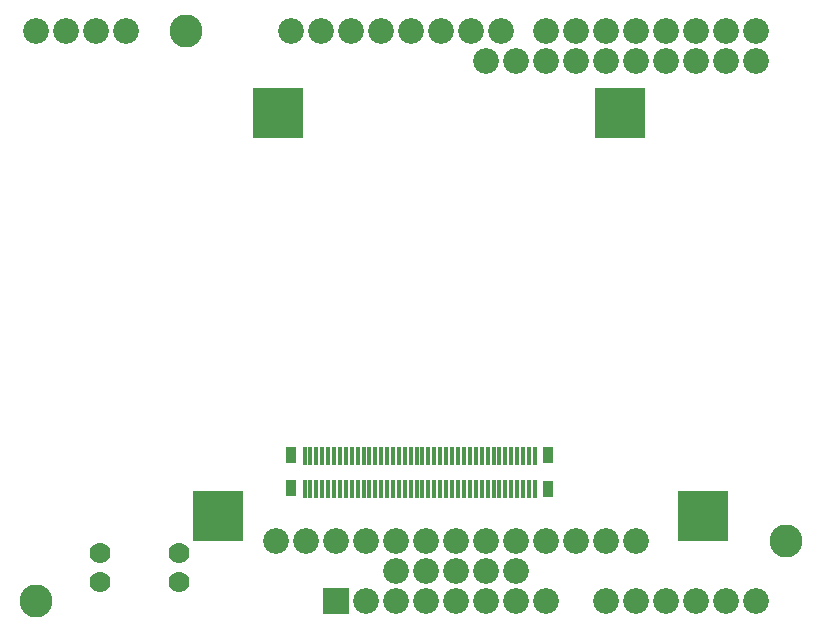
<source format=gbr>
G04 GERBER ASCII OUTPUT FROM: EDWINXP (VER. 1.61 REV. 20080915)*
G04 GERBER FORMAT: RX-274-X*
G04 BOARD: AMICUS_GSM_SHIELD*
G04 ARTWORK OF SOLD.MASK POSITIVE*
%ASAXBY*%
%FSLAX23Y23*%
%MIA0B0*%
%MOIN*%
%OFA0.0000B0.0000*%
%SFA1B1*%
%IJA0B0*%
%INLAYER30POS*%
%IOA0B0*%
%IPPOS*%
%IR0*%
G04 APERTURE MACROS*
%AMEDWDONUT*
1,1,$1,$2,$3*
1,0,$4,$2,$3*
%
%AMEDWFRECT*
20,1,$1,$2,$3,$4,$5,$6*
%
%AMEDWORECT*
20,1,$1,$2,$3,$4,$5,$10*
20,1,$1,$4,$5,$6,$7,$10*
20,1,$1,$6,$7,$8,$9,$10*
20,1,$1,$8,$9,$2,$3,$10*
1,1,$1,$2,$3*
1,1,$1,$4,$5*
1,1,$1,$6,$7*
1,1,$1,$8,$9*
%
%AMEDWLINER*
20,1,$1,$2,$3,$4,$5,$6*
1,1,$1,$2,$3*
1,1,$1,$4,$5*
%
%AMEDWFTRNG*
4,1,3,$1,$2,$3,$4,$5,$6,$7,$8,$9*
%
%AMEDWATRNG*
4,1,3,$1,$2,$3,$4,$5,$6,$7,$8,$9*
20,1,$11,$1,$2,$3,$4,$10*
20,1,$11,$3,$4,$5,$6,$10*
20,1,$11,$5,$6,$7,$8,$10*
1,1,$11,$3,$4*
1,1,$11,$5,$6*
1,1,$11,$7,$8*
%
%AMEDWOTRNG*
20,1,$1,$2,$3,$4,$5,$8*
20,1,$1,$4,$5,$6,$7,$8*
20,1,$1,$6,$7,$2,$3,$8*
1,1,$1,$2,$3*
1,1,$1,$4,$5*
1,1,$1,$6,$7*
%
G04*
G04 APERTURE LIST*
%ADD10R,0.07874X0.05512*%
%ADD11R,0.10274X0.07912*%
%ADD12R,0.0748X0.05118*%
%ADD13R,0.0988X0.07518*%
%ADD14R,0.0700X0.0650*%
%ADD15R,0.0940X0.0890*%
%ADD16R,0.0600X0.0550*%
%ADD17R,0.0840X0.0790*%
%ADD18R,0.0650X0.0700*%
%ADD19R,0.0890X0.0940*%
%ADD20R,0.0550X0.0600*%
%ADD21R,0.0790X0.0840*%
%ADD22R,0.01378X0.06496*%
%ADD23R,0.03778X0.08896*%
%ADD24R,0.01181X0.06299*%
%ADD25R,0.03581X0.08699*%
%ADD26R,0.03386X0.05354*%
%ADD27R,0.05786X0.07754*%
%ADD28R,0.0315X0.05118*%
%ADD29R,0.0555X0.07518*%
%ADD30R,0.16535X0.16535*%
%ADD31R,0.18935X0.18935*%
%ADD32R,0.15748X0.15748*%
%ADD33R,0.18148X0.18148*%
%ADD34R,0.0450X0.0900*%
%ADD35R,0.0690X0.1140*%
%ADD36R,0.0350X0.0800*%
%ADD37R,0.0590X0.1040*%
%ADD38R,0.4200X0.1100*%
%ADD39R,0.4440X0.1340*%
%ADD40R,0.4100X0.1000*%
%ADD41R,0.4340X0.1240*%
%ADD42R,0.0580X0.0500*%
%ADD43R,0.0820X0.0740*%
%ADD44R,0.0480X0.0400*%
%ADD45R,0.0720X0.0640*%
%ADD46R,0.04724X0.06693*%
%ADD47R,0.07124X0.09093*%
%ADD48R,0.03937X0.05906*%
%ADD49R,0.06337X0.08306*%
%ADD50R,0.1350X0.1350*%
%ADD51R,0.1590X0.1590*%
%ADD52R,0.1250X0.1250*%
%ADD53R,0.1490X0.1490*%
%ADD54R,0.1700X0.1700*%
%ADD55R,0.1940X0.1940*%
%ADD56R,0.1560X0.1560*%
%ADD57R,0.1800X0.1800*%
%ADD58R,0.0860X0.0860*%
%ADD59R,0.1100X0.1100*%
%ADD60R,0.0700X0.0700*%
%ADD61R,0.0940X0.0940*%
%ADD62C,0.00039*%
%ADD64C,0.0010*%
%ADD66C,0.00118*%
%ADD68C,0.00197*%
%ADD70C,0.0020*%
%ADD71R,0.0020X0.0020*%
%ADD72C,0.0030*%
%ADD73R,0.0030X0.0030*%
%ADD74C,0.00394*%
%ADD76C,0.0040*%
%ADD77R,0.0040X0.0040*%
%ADD78C,0.0050*%
%ADD79R,0.0050X0.0050*%
%ADD80C,0.00512*%
%ADD81R,0.00512X0.00512*%
%ADD82C,0.00591*%
%ADD83R,0.00591X0.00591*%
%ADD84C,0.00659*%
%ADD85R,0.00659X0.00659*%
%ADD86C,0.00787*%
%ADD87R,0.00787X0.00787*%
%ADD88C,0.00799*%
%ADD90C,0.0080*%
%ADD92C,0.00984*%
%ADD93R,0.00984X0.00984*%
%ADD94C,0.0100*%
%ADD95R,0.0100X0.0100*%
%ADD96C,0.01181*%
%ADD97R,0.01181X0.01181*%
%ADD98C,0.0120*%
%ADD100C,0.0120*%
%ADD102C,0.0126*%
%ADD104C,0.0130*%
%ADD106C,0.01378*%
%ADD107R,0.01378X0.01378*%
%ADD108C,0.0150*%
%ADD109R,0.0150X0.0150*%
%ADD110C,0.0160*%
%ADD112C,0.01654*%
%ADD113R,0.01654X0.01654*%
%ADD114C,0.01969*%
%ADD115R,0.01969X0.01969*%
%ADD116C,0.0200*%
%ADD118C,0.02362*%
%ADD119R,0.02362X0.02362*%
%ADD120C,0.0240*%
%ADD121R,0.0240X0.0240*%
%ADD122C,0.0240*%
%ADD123R,0.0240X0.0240*%
%ADD124C,0.02439*%
%ADD125R,0.02439X0.02439*%
%ADD126C,0.02441*%
%ADD127R,0.02441X0.02441*%
%ADD128C,0.0250*%
%ADD129R,0.0250X0.0250*%
%ADD130C,0.02597*%
%ADD132C,0.02756*%
%ADD134C,0.02794*%
%ADD136C,0.0290*%
%ADD138C,0.02912*%
%ADD139R,0.02912X0.02912*%
%ADD140C,0.02991*%
%ADD141R,0.02991X0.02991*%
%ADD142C,0.0300*%
%ADD143R,0.0300X0.0300*%
%ADD144C,0.03059*%
%ADD145R,0.03059X0.03059*%
%ADD146C,0.0315*%
%ADD147R,0.0315X0.0315*%
%ADD148C,0.03187*%
%ADD150C,0.03199*%
%ADD151R,0.03199X0.03199*%
%ADD152C,0.0320*%
%ADD153R,0.0320X0.0320*%
%ADD154C,0.03386*%
%ADD155R,0.03386X0.03386*%
%ADD156C,0.0350*%
%ADD157R,0.0350X0.0350*%
%ADD158C,0.03581*%
%ADD159R,0.03581X0.03581*%
%ADD160C,0.0360*%
%ADD162C,0.0370*%
%ADD164C,0.03778*%
%ADD165R,0.03778X0.03778*%
%ADD166C,0.0390*%
%ADD167R,0.0390X0.0390*%
%ADD168C,0.03937*%
%ADD169R,0.03937X0.03937*%
%ADD170C,0.0400*%
%ADD171R,0.0400X0.0400*%
%ADD172C,0.04173*%
%ADD173R,0.04173X0.04173*%
%ADD174C,0.04331*%
%ADD176C,0.04369*%
%ADD177R,0.04369X0.04369*%
%ADD178C,0.0440*%
%ADD180C,0.0450*%
%ADD181R,0.0450X0.0450*%
%ADD182C,0.0470*%
%ADD183R,0.0470X0.0470*%
%ADD184C,0.04724*%
%ADD185R,0.04724X0.04724*%
%ADD186C,0.04762*%
%ADD187R,0.04762X0.04762*%
%ADD188C,0.0490*%
%ADD189R,0.0490X0.0490*%
%ADD190C,0.04921*%
%ADD191R,0.04921X0.04921*%
%ADD192C,0.04961*%
%ADD193R,0.04961X0.04961*%
%ADD194C,0.0500*%
%ADD195R,0.0500X0.0500*%
%ADD196C,0.05118*%
%ADD197R,0.05118X0.05118*%
%ADD198C,0.05354*%
%ADD199R,0.05354X0.05354*%
%ADD200C,0.05512*%
%ADD201R,0.05512X0.05512*%
%ADD202C,0.0555*%
%ADD203R,0.0555X0.0555*%
%ADD204C,0.0560*%
%ADD205R,0.0560X0.0560*%
%ADD206C,0.0570*%
%ADD207R,0.0570X0.0570*%
%ADD208C,0.05786*%
%ADD209R,0.05786X0.05786*%
%ADD210C,0.0590*%
%ADD211R,0.0590X0.0590*%
%ADD212C,0.05906*%
%ADD213R,0.05906X0.05906*%
%ADD214C,0.05945*%
%ADD215R,0.05945X0.05945*%
%ADD216C,0.0600*%
%ADD217R,0.0600X0.0600*%
%ADD218C,0.0620*%
%ADD219R,0.0620X0.0620*%
%ADD220C,0.06201*%
%ADD221R,0.06201X0.06201*%
%ADD222C,0.06299*%
%ADD223R,0.06299X0.06299*%
%ADD224C,0.06337*%
%ADD225R,0.06337X0.06337*%
%ADD226C,0.06496*%
%ADD227R,0.06496X0.06496*%
%ADD228C,0.0650*%
%ADD229R,0.0650X0.0650*%
%ADD230C,0.06693*%
%ADD231R,0.06693X0.06693*%
%ADD232C,0.06731*%
%ADD233R,0.06731X0.06731*%
%ADD234C,0.0690*%
%ADD235R,0.0690X0.0690*%
%ADD236C,0.06906*%
%ADD237R,0.06906X0.06906*%
%ADD238C,0.0700*%
%ADD239R,0.0700X0.0700*%
%ADD240C,0.07008*%
%ADD241R,0.07008X0.07008*%
%ADD242C,0.07087*%
%ADD243R,0.07087X0.07087*%
%ADD244C,0.0710*%
%ADD245R,0.0710X0.0710*%
%ADD246C,0.07124*%
%ADD247R,0.07124X0.07124*%
%ADD248C,0.0740*%
%ADD249R,0.0740X0.0740*%
%ADD250C,0.0748*%
%ADD251R,0.0748X0.0748*%
%ADD252C,0.0750*%
%ADD253R,0.0750X0.0750*%
%ADD254C,0.07518*%
%ADD255R,0.07518X0.07518*%
%ADD256C,0.07598*%
%ADD257R,0.07598X0.07598*%
%ADD258C,0.0760*%
%ADD259R,0.0760X0.0760*%
%ADD260C,0.07754*%
%ADD261R,0.07754X0.07754*%
%ADD262C,0.07795*%
%ADD263R,0.07795X0.07795*%
%ADD264C,0.07874*%
%ADD265R,0.07874X0.07874*%
%ADD266C,0.07912*%
%ADD267R,0.07912X0.07912*%
%ADD268C,0.0800*%
%ADD269R,0.0800X0.0800*%
%ADD270C,0.0810*%
%ADD271R,0.0810X0.0810*%
%ADD272C,0.08268*%
%ADD273R,0.08268X0.08268*%
%ADD274C,0.08306*%
%ADD275R,0.08306X0.08306*%
%ADD276C,0.08345*%
%ADD277R,0.08345X0.08345*%
%ADD278C,0.0840*%
%ADD279R,0.0840X0.0840*%
%ADD280C,0.08598*%
%ADD281R,0.08598X0.08598*%
%ADD282C,0.0860*%
%ADD283R,0.0860X0.0860*%
%ADD284C,0.08601*%
%ADD285R,0.08601X0.08601*%
%ADD286C,0.08661*%
%ADD287R,0.08661X0.08661*%
%ADD288C,0.08699*%
%ADD289R,0.08699X0.08699*%
%ADD290C,0.0870*%
%ADD291R,0.0870X0.0870*%
%ADD292C,0.08896*%
%ADD293R,0.08896X0.08896*%
%ADD294C,0.0890*%
%ADD295R,0.0890X0.0890*%
%ADD296C,0.0900*%
%ADD297R,0.0900X0.0900*%
%ADD298C,0.09093*%
%ADD299R,0.09093X0.09093*%
%ADD300C,0.0940*%
%ADD301R,0.0940X0.0940*%
%ADD302C,0.09449*%
%ADD303R,0.09449X0.09449*%
%ADD304C,0.09528*%
%ADD305R,0.09528X0.09528*%
%ADD306C,0.0970*%
%ADD307R,0.0970X0.0970*%
%ADD308C,0.09843*%
%ADD309R,0.09843X0.09843*%
%ADD310C,0.0988*%
%ADD311R,0.0988X0.0988*%
%ADD312C,0.0990*%
%ADD313R,0.0990X0.0990*%
%ADD314C,0.09998*%
%ADD316C,0.1000*%
%ADD317R,0.1000X0.1000*%
%ADD318C,0.10236*%
%ADD319R,0.10236X0.10236*%
%ADD320C,0.10274*%
%ADD321R,0.10274X0.10274*%
%ADD322C,0.10315*%
%ADD323R,0.10315X0.10315*%
%ADD324C,0.1040*%
%ADD325R,0.1040X0.1040*%
%ADD326C,0.1063*%
%ADD327R,0.1063X0.1063*%
%ADD328C,0.10668*%
%ADD329R,0.10668X0.10668*%
%ADD330C,0.10998*%
%ADD331R,0.10998X0.10998*%
%ADD332C,0.1100*%
%ADD333R,0.1100X0.1100*%
%ADD334C,0.11024*%
%ADD335R,0.11024X0.11024*%
%ADD336C,0.11061*%
%ADD337R,0.11061X0.11061*%
%ADD338C,0.1110*%
%ADD339R,0.1110X0.1110*%
%ADD340C,0.1120*%
%ADD341R,0.1120X0.1120*%
%ADD342C,0.1140*%
%ADD343R,0.1140X0.1140*%
%ADD344C,0.1150*%
%ADD345R,0.1150X0.1150*%
%ADD346C,0.11811*%
%ADD347R,0.11811X0.11811*%
%ADD348C,0.1200*%
%ADD349R,0.1200X0.1200*%
%ADD350C,0.1210*%
%ADD351R,0.1210X0.1210*%
%ADD352C,0.12243*%
%ADD353R,0.12243X0.12243*%
%ADD354C,0.1240*%
%ADD355R,0.1240X0.1240*%
%ADD356C,0.1250*%
%ADD357R,0.1250X0.1250*%
%ADD358C,0.12598*%
%ADD359R,0.12598X0.12598*%
%ADD360C,0.12636*%
%ADD361R,0.12636X0.12636*%
%ADD362C,0.12992*%
%ADD363R,0.12992X0.12992*%
%ADD364C,0.1300*%
%ADD365R,0.1300X0.1300*%
%ADD366C,0.1340*%
%ADD367R,0.1340X0.1340*%
%ADD368C,0.1390*%
%ADD369R,0.1390X0.1390*%
%ADD370C,0.1420*%
%ADD371R,0.1420X0.1420*%
%ADD372C,0.1440*%
%ADD373R,0.1440X0.1440*%
%ADD374C,0.14567*%
%ADD375R,0.14567X0.14567*%
%ADD376C,0.1490*%
%ADD377R,0.1490X0.1490*%
%ADD378C,0.14961*%
%ADD379R,0.14961X0.14961*%
%ADD380C,0.15118*%
%ADD381R,0.15118X0.15118*%
%ADD382C,0.1520*%
%ADD383R,0.1520X0.1520*%
%ADD384C,0.15354*%
%ADD385R,0.15354X0.15354*%
%ADD386C,0.15374*%
%ADD387R,0.15374X0.15374*%
%ADD388C,0.1540*%
%ADD389R,0.1540X0.1540*%
%ADD390C,0.15748*%
%ADD391R,0.15748X0.15748*%
%ADD392C,0.16535*%
%ADD393R,0.16535X0.16535*%
%ADD394C,0.1660*%
%ADD395R,0.1660X0.1660*%
%ADD396C,0.17323*%
%ADD398C,0.1760*%
%ADD399R,0.1760X0.1760*%
%ADD400C,0.17774*%
%ADD401R,0.17774X0.17774*%
%ADD402C,0.18148*%
%ADD403R,0.18148X0.18148*%
%ADD404C,0.18504*%
%ADD406C,0.18898*%
%ADD408C,0.18935*%
%ADD409R,0.18935X0.18935*%
%ADD410C,0.19685*%
%ADD411R,0.19685X0.19685*%
%ADD412C,0.20472*%
%ADD413R,0.20472X0.20472*%
%ADD414C,0.20904*%
%ADD416C,0.2126*%
%ADD418C,0.21298*%
%ADD420C,0.22085*%
%ADD421R,0.22085X0.22085*%
%ADD422C,0.22835*%
%ADD425R,0.22872X0.22872*%
%ADD427R,0.23622X0.23622*%
%ADD429R,0.24409X0.24409*%
%ADD431R,0.24937X0.24937*%
%ADD433R,0.26022X0.26022*%
%ADD435R,0.26142X0.26142*%
%ADD437R,0.26929X0.26929*%
%ADD439R,0.27337X0.27337*%
%ADD441R,0.31496X0.31496*%
%ADD443R,0.32811X0.32811*%
%ADD445R,0.33896X0.33896*%
%ADD447R,0.35211X0.35211*%
%ADD449R,0.35433X0.35433*%
%ADD451R,0.3622X0.3622*%
%ADD453R,0.37833X0.37833*%
%ADD455R,0.3862X0.3862*%
%ADD456C,0.4862*%
%ADD457R,0.4862X0.4862*%
%ADD458C,0.5862*%
%ADD459R,0.5862X0.5862*%
%ADD460C,0.6862*%
%ADD461R,0.6862X0.6862*%
%ADD462C,0.7862*%
%ADD463R,0.7862X0.7862*%
%ADD464C,0.8862*%
%ADD465R,0.8862X0.8862*%
%ADD466C,0.9862*%
%ADD467R,0.9862X0.9862*%
%ADD468C,1.0862*%
%ADD469R,1.0862X1.0862*%
%ADD470C,1.1862*%
%ADD471R,1.1862X1.1862*%
%ADD472C,1.2862*%
%ADD473R,1.2862X1.2862*%
%ADD474C,1.3862*%
%ADD475R,1.3862X1.3862*%
%ADD476C,1.4862*%
%ADD477R,1.4862X1.4862*%
%ADD478C,1.5862*%
%ADD479R,1.5862X1.5862*%
%ADD480C,1.6862*%
%ADD481R,1.6862X1.6862*%
%ADD482C,1.7862*%
%ADD483R,1.7862X1.7862*%
%ADD484C,1.8862*%
%ADD485R,1.8862X1.8862*%
%ADD486C,1.9862*%
%ADD487R,1.9862X1.9862*%
G04*
D238*
X575Y263D02*D03*
X575Y164D02*D03*
X313Y263D02*D03*
X313Y164D02*D03*
D282*
X900Y300D02*D03*
X1000Y300D02*D03*
X1100Y300D02*D03*
X1200Y300D02*D03*
X1300Y300D02*D03*
X1400Y300D02*D03*
X1500Y300D02*D03*
X1600Y300D02*D03*
D22*
X1763Y475D02*D03*
X1763Y586D02*D03*
X1743Y475D02*D03*
X1743Y586D02*D03*
X1723Y475D02*D03*
X1723Y586D02*D03*
X1703Y475D02*D03*
X1703Y586D02*D03*
X1684Y475D02*D03*
X1684Y586D02*D03*
X1664Y475D02*D03*
X1664Y586D02*D03*
X1644Y475D02*D03*
X1644Y586D02*D03*
X1625Y475D02*D03*
X1625Y586D02*D03*
X1605Y475D02*D03*
X1605Y586D02*D03*
X1585Y475D02*D03*
X1585Y586D02*D03*
X1566Y475D02*D03*
X1566Y586D02*D03*
X1546Y475D02*D03*
X1546Y586D02*D03*
X1526Y475D02*D03*
X1526Y586D02*D03*
X1507Y475D02*D03*
X1507Y586D02*D03*
X1487Y475D02*D03*
X1487Y586D02*D03*
X1467Y475D02*D03*
X1467Y586D02*D03*
X1448Y475D02*D03*
X1448Y586D02*D03*
X1428Y475D02*D03*
X1428Y586D02*D03*
X1408Y475D02*D03*
X1408Y586D02*D03*
X1388Y475D02*D03*
X1388Y586D02*D03*
X1369Y475D02*D03*
X1369Y586D02*D03*
X1349Y475D02*D03*
X1349Y586D02*D03*
X1329Y475D02*D03*
X1329Y586D02*D03*
X1310Y475D02*D03*
X1310Y586D02*D03*
X1290Y475D02*D03*
X1290Y586D02*D03*
X1270Y475D02*D03*
X1270Y586D02*D03*
X1251Y475D02*D03*
X1251Y586D02*D03*
X1231Y475D02*D03*
X1231Y586D02*D03*
X1211Y475D02*D03*
X1211Y586D02*D03*
X1192Y475D02*D03*
X1192Y586D02*D03*
X1172Y475D02*D03*
X1172Y586D02*D03*
X1152Y475D02*D03*
X1152Y586D02*D03*
X1133Y475D02*D03*
X1133Y586D02*D03*
X1113Y475D02*D03*
X1113Y586D02*D03*
X1093Y475D02*D03*
X1093Y586D02*D03*
X1074Y475D02*D03*
X1074Y586D02*D03*
X1054Y475D02*D03*
X1054Y586D02*D03*
X1034Y475D02*D03*
X1034Y586D02*D03*
X1014Y475D02*D03*
X1014Y586D02*D03*
X995Y475D02*D03*
X995Y586D02*D03*
D26*
X951Y477D02*D03*
X951Y587D02*D03*
X1806Y587D02*D03*
X1806Y475D02*D03*
D30*
X2048Y1727D02*D03*
X906Y1727D02*D03*
X707Y386D02*D03*
X2324Y386D02*D03*
D282*
X1700Y200D02*D03*
X1600Y200D02*D03*
X1500Y200D02*D03*
X1400Y200D02*D03*
X1300Y200D02*D03*
X1800Y2000D02*D03*
X1900Y2000D02*D03*
X2000Y2000D02*D03*
X2100Y2000D02*D03*
X2200Y2000D02*D03*
X2300Y2000D02*D03*
X2400Y2000D02*D03*
X2500Y2000D02*D03*
X1300Y100D02*D03*
X1400Y100D02*D03*
X1500Y100D02*D03*
X1600Y100D02*D03*
X1700Y100D02*D03*
X1800Y100D02*D03*
X950Y2000D02*D03*
X1050Y2000D02*D03*
X1150Y2000D02*D03*
X1250Y2000D02*D03*
X1350Y2000D02*D03*
X1450Y2000D02*D03*
X1550Y2000D02*D03*
X1650Y2000D02*D03*
X2000Y100D02*D03*
X2100Y100D02*D03*
X2200Y100D02*D03*
X2300Y100D02*D03*
X2400Y100D02*D03*
X2500Y100D02*D03*
X1600Y1900D02*D03*
X1700Y1900D02*D03*
X1800Y1900D02*D03*
X1900Y1900D02*D03*
X2000Y1900D02*D03*
X2100Y1900D02*D03*
X2200Y1900D02*D03*
X2300Y1900D02*D03*
X2400Y1900D02*D03*
X2500Y1900D02*D03*
X2100Y300D02*D03*
X2000Y300D02*D03*
X1900Y300D02*D03*
X1800Y300D02*D03*
X1700Y300D02*D03*
X100Y2000D02*D03*
X200Y2000D02*D03*
X300Y2000D02*D03*
X400Y2000D02*D03*
D58*
X1100Y100D02*D03*
D282*
X1200Y100D02*D03*
D332*
X100Y100D02*D03*
X600Y2000D02*D03*
X2600Y300D02*D03*
M02*

</source>
